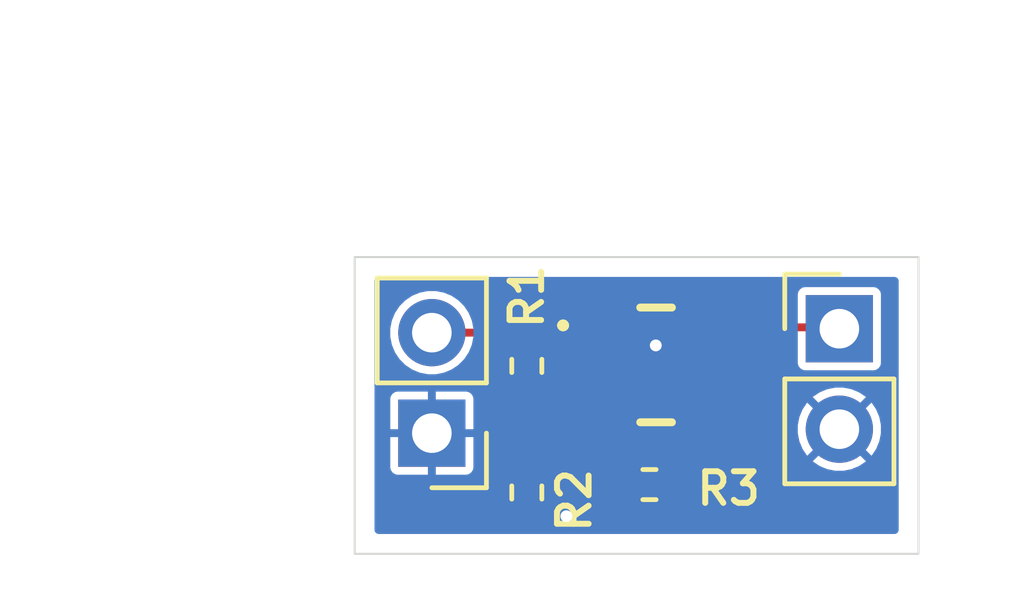
<source format=kicad_pcb>
(kicad_pcb (version 20241229) (generator "pcbnew") (generator_version "9.0")
  (layers (0 "F.Cu" signal) (2 "B.Cu" signal) (13 "F.Paste" user) (15 "B.Paste" user) (5 "F.SilkS" user "F.Silkscreen") (7 "B.SilkS" user "B.Silkscreen") (1 "F.Mask" user) (3 "B.Mask" user) (25 "Edge.Cuts" user))
  (net 0 "")
  (net 2 "Net-(IC1-VIN)")
  (net 3 "Net-(IC1-CONTROL)")
  (net 4 "GND")
  (net 5 "Net-(IC1-VOUT)")
  (footprint "Connector_PinHeader_2.54mm:PinHeader_1x02_P2.54mm_Vertical" (layer "F.Cu") (at 156 89.06)
    (property "Reference" "J2" (hide yes))
    (property "Value" "Conn_01x02")
    (fp_line (start -1.38 -1.38) (end 0 -1.38) (stroke (width 0.12)) (layer "F.SilkS"))
    (fp_line (start -1.38 0) (end -1.38 -1.38) (stroke (width 0.12)) (layer "F.SilkS"))
    (fp_line (start -1.38 1.27) (end -1.38 3.92) (stroke (width 0.12)) (layer "F.SilkS"))
    (fp_line (start -1.38 1.27) (end 1.38 1.27) (stroke (width 0.12)) (layer "F.SilkS"))
    (fp_line (start -1.38 3.92) (end 1.38 3.92) (stroke (width 0.12)) (layer "F.SilkS"))
    (fp_line (start 1.38 1.27) (end 1.38 3.92) (stroke (width 0.12)) (layer "F.SilkS"))
    (pad "1" thru_hole rect (at 0 0) (size 1.7 1.7) (drill 1) (layers "*.Cu" "*.Mask") (net 5 "Net-(IC1-VOUT)"))
    (pad "2" thru_hole circle (at 0 2.54) (size 1.7 1.7) (drill 1) (layers "*.Cu" "*.Mask") (net 4 "GND"))
  )
  (footprint "Resistor_SMD:R_0402_1005Metric_Pad0.72x0.64mm_HandSolder" (layer "F.Cu") (at 148.1 90 -90)
    (property "Reference" "R1" (at -1.75 0 90) (layer "F.SilkS") (effects (font (size 0.8 0.8))))
    (property "Value" "R_Small")
    (fp_line (start -0.167621 0.38) (end 0.167621 0.38) (stroke (width 0.12)) (layer "F.SilkS"))
    (fp_line (start -0.167621 -0.38) (end 0.167621 -0.38) (stroke (width 0.12)) (layer "F.SilkS"))
    (pad "1" smd roundrect (at -0.5975 0 270) (size 0.715 0.64) (layers "F.Cu" "F.Mask" "F.Paste") (net 2 "Net-(IC1-VIN)"))
    (pad "2" smd roundrect (at 0.5975 0 270) (size 0.715 0.64) (layers "F.Cu" "F.Mask" "F.Paste") (net 3 "Net-(IC1-CONTROL)"))
  )
  (footprint "Resistor_SMD:R_0402_1005Metric_Pad0.72x0.64mm_HandSolder" (layer "F.Cu") (at 148.1 93.2 -90)
    (property "Reference" "R2" (at 0.2 -1.2 90) (layer "F.SilkS") (effects (font (size 0.8 0.8))))
    (property "Value" "R_Small")
    (fp_line (start -0.167621 0.38) (end 0.167621 0.38) (stroke (width 0.12)) (layer "F.SilkS"))
    (fp_line (start -0.167621 -0.38) (end 0.167621 -0.38) (stroke (width 0.12)) (layer "F.SilkS"))
    (pad "1" smd roundrect (at -0.5975 0 270) (size 0.715 0.64) (layers "F.Cu" "F.Mask" "F.Paste") (net 3 "Net-(IC1-CONTROL)"))
    (pad "2" smd roundrect (at 0.5975 0 270) (size 0.715 0.64) (layers "F.Cu" "F.Mask" "F.Paste") (net 4 "GND"))
  )
  (footprint "SamacSys_Parts:TCR3UF20ALMCT" (layer "F.Cu") (at 151.3675 89.975 -90)
    (property "Reference" "IC1" (hide yes))
    (property "Value" "TCR3UF20A,LM_CT" (hide yes))
    (fp_line (start -1 2.4) (end -1 2.4) (stroke (width 0.2)) (layer "F.SilkS"))
    (fp_line (start -1 2.4) (end -1 2.4) (stroke (width 0.2)) (layer "F.SilkS"))
    (fp_line (start -1 2.3) (end -1 2.3) (stroke (width 0.2)) (layer "F.SilkS"))
    (fp_line (start -1.45 0.4) (end -1.45 -0.4) (stroke (width 0.2)) (layer "F.SilkS"))
    (fp_line (start 1.45 0.4) (end 1.45 -0.4) (stroke (width 0.2)) (layer "F.SilkS"))
    (fp_arc (start -1 2.4) (mid -1.05 2.35) (end -1 2.3) (stroke (width 0.2)) (layer "F.SilkS"))
    (fp_arc (start -1 2.3) (mid -0.95 2.35) (end -1 2.4) (stroke (width 0.2)) (layer "F.SilkS"))
    (fp_arc (start -1 2.3) (mid -0.95 2.35) (end -1 2.4) (stroke (width 0.2)) (layer "F.SilkS"))
    (pad "1" smd rect (at -0.95 1.2 270) (size 0.8 1) (layers "F.Cu" "F.Mask" "F.Paste") (net 2 "Net-(IC1-VIN)"))
    (pad "2" smd rect (at 0 1.2 270) (size 0.6 1) (layers "F.Cu" "F.Mask" "F.Paste") (net 4 "GND"))
    (pad "3" smd rect (at 0.95 1.2 270) (size 0.8 1) (layers "F.Cu" "F.Mask" "F.Paste") (net 3 "Net-(IC1-CONTROL)"))
    (pad "4" smd rect (at 0.95 -1.2 270) (size 0.8 1) (layers "F.Cu" "F.Mask" "F.Paste"))
    (pad "5" smd rect (at -0.95 -1.2 270) (size 0.8 1) (layers "F.Cu" "F.Mask" "F.Paste") (net 5 "Net-(IC1-VOUT)"))
  )
  (footprint "Resistor_SMD:R_0402_1005Metric_Pad0.72x0.64mm_HandSolder" (layer "F.Cu") (at 151.2 93 180)
    (property "Reference" "R3" (at -2 -0.1 0) (layer "F.SilkS") (effects (font (size 0.8 0.8))))
    (property "Value" "R_Small")
    (fp_line (start -0.167621 0.38) (end 0.167621 0.38) (stroke (width 0.12)) (layer "F.SilkS"))
    (fp_line (start -0.167621 -0.38) (end 0.167621 -0.38) (stroke (width 0.12)) (layer "F.SilkS"))
    (pad "1" smd roundrect (at -0.5975 0 180) (size 0.715 0.64) (layers "F.Cu" "F.Mask" "F.Paste") (net 5 "Net-(IC1-VOUT)"))
    (pad "2" smd roundrect (at 0.5975 0 180) (size 0.715 0.64) (layers "F.Cu" "F.Mask" "F.Paste") (net 3 "Net-(IC1-CONTROL)"))
  )
  (footprint "Connector_PinHeader_2.54mm:PinHeader_1x02_P2.54mm_Vertical" (layer "F.Cu") (at 145.7 91.7 180)
    (property "Reference" "J1" (hide yes))
    (property "Value" "Conn_01x02")
    (fp_line (start 1.38 1.27) (end 1.38 3.92) (stroke (width 0.12)) (layer "F.SilkS"))
    (fp_line (start -1.38 3.92) (end 1.38 3.92) (stroke (width 0.12)) (layer "F.SilkS"))
    (fp_line (start -1.38 1.27) (end 1.38 1.27) (stroke (width 0.12)) (layer "F.SilkS"))
    (fp_line (start -1.38 1.27) (end -1.38 3.92) (stroke (width 0.12)) (layer "F.SilkS"))
    (fp_line (start -1.38 0) (end -1.38 -1.38) (stroke (width 0.12)) (layer "F.SilkS"))
    (fp_line (start -1.38 -1.38) (end 0 -1.38) (stroke (width 0.12)) (layer "F.SilkS"))
    (pad "1" thru_hole rect (at 0 0 180) (size 1.7 1.7) (drill 1) (layers "*.Cu" "*.Mask") (net 4 "GND"))
    (pad "2" thru_hole circle (at 0 2.54 180) (size 1.7 1.7) (drill 1) (layers "*.Cu" "*.Mask") (net 2 "Net-(IC1-VIN)"))
  )
  (gr_rect (start 143.75 87.25) (end 158 94.75) (stroke (width 0.05)) (fill no) (layer "Edge.Cuts"))
  (segment (start 148.1 89.4025) (end 148.4775 89.025) (width 0.2) (layer "F.Cu") (net 2))
  (segment (start 148.4775 89.025) (end 150.1675 89.025) (width 0.2) (layer "F.Cu") (net 2))
  (segment (start 148.1 89.4025) (end 147.9975 89.4025) (width 0.2) (layer "F.Cu") (net 2))
  (segment (start 147.9975 89.4025) (end 147.755 89.16) (width 0.2) (layer "F.Cu") (net 2))
  (segment (start 147.755 89.16) (end 145.7 89.16) (width 0.2) (layer "F.Cu") (net 2))
  (segment (start 148.6425 91.14) (end 148.1 90.5975) (width 0.2) (layer "F.Cu") (net 3))
  (segment (start 149.975 90.925) (end 149.76 91.14) (width 0.2) (layer "F.Cu") (net 3))
  (segment (start 149.76 91.14) (end 148.6425 91.14) (width 0.2) (layer "F.Cu") (net 3))
  (segment (start 148.1 90.5975) (end 148.1 92.6025) (width 0.2) (layer "F.Cu") (net 3))
  (segment (start 150.1675 90.925) (end 149.975 90.925) (width 0.2) (layer "F.Cu") (net 3))
  (segment (start 150.6025 91.36) (end 150.1675 90.925) (width 0.2) (layer "F.Cu") (net 3))
  (segment (start 150.6025 93) (end 150.6025 91.36) (width 0.2) (layer "F.Cu") (net 3))
  (segment (start 149.0975 93.7975) (end 148.1 93.7975) (width 0.2) (layer "F.Cu") (net 4))
  (segment (start 151.36 89.4825) (end 150.8675 89.975) (width 0.2) (layer "F.Cu") (net 4))
  (segment (start 149.1 93.8) (end 149.0975 93.7975) (width 0.2) (layer "F.Cu") (net 4))
  (segment (start 150.8675 89.975) (end 150.1675 89.975) (width 0.2) (layer "F.Cu") (net 4))
  (via (at 151.36 89.4825) (size 0.6) (drill 0.3) (layers "F.Cu" "B.Cu") (net 4))
  (via (at 149.1 93.8) (size 0.6) (drill 0.3) (layers "F.Cu" "B.Cu") (net 4))
  (segment (start 153.83 91.42) (end 152.25 93) (width 0.2) (layer "F.Cu") (net 5))
  (segment (start 155.965 89.025) (end 156 89.06) (width 0.2) (layer "F.Cu") (net 5))
  (segment (start 152.5675 89.025) (end 155.965 89.025) (width 0.2) (layer "F.Cu") (net 5))
  (segment (start 152.5675 89.025) (end 153.83 90.2875) (width 0.2) (layer "F.Cu") (net 5))
  (segment (start 152.25 93) (end 151.7975 93) (width 0.2) (layer "F.Cu") (net 5))
  (segment (start 153.83 90.2875) (end 153.83 91.42) (width 0.2) (layer "F.Cu") (net 5))
  (zone (net 4) (net_name "GND") (layer "B.Cu") (connect_pads (clearance 0.2)) (min_thickness 0.2) (fill yes (thermal_gap 0.2) (thermal_bridge_width 0.2))
    (polygon (pts (xy 143.75 87.25) (xy 158 87.25) (xy 158 94.75) (xy 143.75 94.75)))
  )
)
</source>
